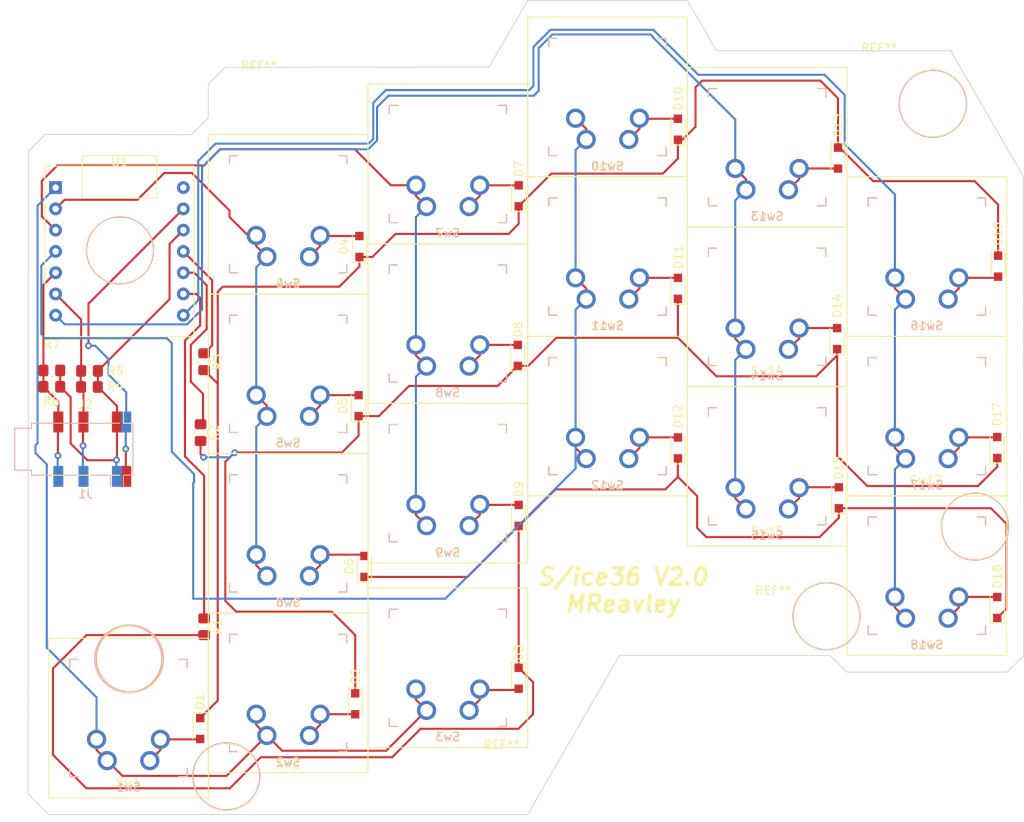
<source format=kicad_pcb>
(kicad_pcb (version 20211014) (generator pcbnew)
  (layers (0 "F.Cu" signal) (31 "B.Cu" signal) (34 "B.Paste" user) (35 "F.Paste" user) (36 "B.SilkS" user "B.Silkscreen") (37 "F.SilkS" user "F.Silkscreen") (38 "B.Mask" user) (39 "F.Mask" user) (44 "Edge.Cuts" user))
  (net 0 "")
  (net 1 "Net-(D1-Pad1)")
  (net 2 "Net-(D1-Pad2)")
  (net 3 "Net-(D11-Pad1)")
  (net 4 "Net-(D2-Pad2)")
  (net 5 "Net-(D12-Pad1)")
  (net 6 "Net-(D3-Pad2)")
  (net 7 "Net-(D4-Pad2)")
  (net 8 "Net-(D5-Pad2)")
  (net 9 "Net-(D6-Pad2)")
  (net 10 "Net-(D7-Pad2)")
  (net 11 "Net-(D8-Pad2)")
  (net 12 "Net-(D9-Pad2)")
  (net 13 "Net-(D10-Pad2)")
  (net 14 "Net-(D11-Pad2)")
  (net 15 "Net-(D12-Pad2)")
  (net 16 "Net-(D13-Pad2)")
  (net 17 "Net-(D14-Pad2)")
  (net 18 "Net-(D16-Pad2)")
  (net 19 "Net-(D17-Pad2)")
  (net 20 "Net-(D18-Pad2)")
  (net 21 "Net-(J1-PadR1)")
  (net 22 "Net-(J1-PadR2)")
  (net 23 "Net-(J1-PadS)")
  (net 24 "Net-(J1-PadT)")
  (net 25 "Net-(R1-Pad1)")
  (net 26 "Net-(R2-Pad1)")
  (net 27 "Net-(R3-Pad1)")
  (net 29 "Net-(Sw1-Pad2)")
  (net 30 "Net-(Sw4-Pad2)")
  (net 31 "Net-(Sw7-Pad2)")
  (net 32 "Net-(Sw10-Pad2)")
  (net 33 "Net-(Sw15-Pad1)")
  (net 34 "Net-(Sw15-Pad2)")
  (net 35 "Net-(Sw17-Pad2)")
  (footprint "MxSwitches:SW_MX_reversible" (layer "F.Cu") (at 32.85 155.1 180)
    (fp_text reference "Sw1")
    (fp_text value "Cherry_Doublesided")
  )
  (footprint "MxSwitches:SW_MX_reversible" (layer "F.Cu") (at 90 80.95 180)
    (fp_text reference "Sw10")
    (fp_text value "Cherry_Doublesided")
  )
  (footprint "Diode_SMD:D_SOD-323_HandSoldering" (layer "F.Cu") (at 98.4 84.8 90)
    (fp_text reference "D10")
    (fp_text value "1N4148WS")
  )
  (footprint "MountingHole:MountingHole_3.2mm_M3" (layer "F.Cu") (at 77.4 162.475)
    (fp_text reference "REF**")
    (fp_text value "MountingHole_3.2mm_M3")
  )
  (footprint "MountingHole:MountingHole_3.2mm_M3" (layer "F.Cu") (at 27 133)
    (fp_text reference "REF**" hide)
    (fp_text value "MountingHole_3.2mm_M3")
  )
  (footprint "Diode_SMD:D_SOD-323_HandSoldering" (layer "F.Cu") (at 136.5 122.8 90)
    (fp_text reference "D17")
    (fp_text value "1N4148WS")
  )
  (footprint "MxSwitches:SW_MX_reversible" (layer "F.Cu") (at 51.9 152.1 180)
    (fp_text reference "Sw2")
    (fp_text value "Cherry_Doublesided")
  )
  (footprint "Diode_SMD:D_SOD-323_HandSoldering" (layer "F.Cu") (at 41.4 156.35 -90)
    (fp_text reference "D1")
    (fp_text value "1N4148WS")
  )
  (footprint "Diode_SMD:D_SOD-323_HandSoldering" (layer "F.Cu") (at 60.3 117.8 90)
    (fp_text reference "D5")
    (fp_text value "1N4148WS")
  )
  (footprint "Resistor_SMD:R_0805_2012Metric_Pad1.20x1.40mm_HandSolder" (layer "F.Cu") (at 41.87 144.2 -90)
    (fp_text reference "R1")
    (fp_text value "10k")
  )
  (footprint "Diode_SMD:D_SOD-323_HandSoldering" (layer "F.Cu") (at 59.9 153.4 -90)
    (fp_text reference "D2")
    (fp_text value "1N4148WS")
  )
  (footprint "MxSwitches:SW_MX_reversible" (layer "F.Cu") (at 70.95 108 180)
    (fp_text reference "Sw8")
    (fp_text value "Cherry_Doublesided")
  )
  (footprint "Diode_SMD:D_SOD-323_HandSoldering" (layer "F.Cu") (at 98.4 122.85 90)
    (fp_text reference "D12")
    (fp_text value "1N4148WS")
  )
  (footprint "MxSwitches:SW_MX_reversible" (layer "F.Cu") (at 70.95 88.95 180)
    (fp_text reference "Sw7")
    (fp_text value "Cherry_Doublesided")
  )
  (footprint "MountingHole:MountingHole_3.2mm_M3" (layer "F.Cu") (at 48.4 81.425)
    (fp_text reference "REF**")
    (fp_text value "MountingHole_3.2mm_M3")
  )
  (footprint "Diode_SMD:D_SOD-323_HandSoldering" (layer "F.Cu") (at 117.4 109.8 90)
    (fp_text reference "D14")
    (fp_text value "1N4148WS")
  )
  (footprint "Diode_SMD:D_SOD-323_HandSoldering" (layer "F.Cu") (at 79.3 111.8 90)
    (fp_text reference "D8")
    (fp_text value "1N4148WS")
  )
  (footprint "Diode_SMD:D_SOD-323_HandSoldering" (layer "F.Cu") (at 117.5 88.25 -90)
    (fp_text reference "D13")
    (fp_text value "1N4148WS")
  )
  (footprint "MxSwitches:SW_MX_reversible" (layer "F.Cu") (at 109.05 125.05 180)
    (fp_text reference "Sw15")
    (fp_text value "Cherry_Doublesided")
  )
  (footprint "MountingHole:MountingHole_3.2mm_M3" (layer "F.Cu") (at 122.4 79.3)
    (fp_text reference "REF**")
    (fp_text value "MountingHole_3.2mm_M3")
  )
  (footprint "Connector_Audio:Jack_3.5mm_PJ320D_Horizontal" (layer "F.Cu") (at 27.65 123)
    (fp_text reference "J2")
    (fp_text value "AudioJack4")
  )
  (footprint "MountingHole:MountingHole_3.2mm_M3" (layer "F.Cu") (at 109.775 144.075)
    (fp_text reference "REF**")
    (fp_text value "MountingHole_3.2mm_M3")
  )
  (footprint "MxSwitches:SW_MX_reversible" (layer "F.Cu") (at 51.9 114 180)
    (fp_text reference "Sw5")
    (fp_text value "Cherry_Doublesided")
  )
  (footprint "MxSwitches:SW_MX_reversible" (layer "F.Cu") (at 128.1 100 180)
    (fp_text reference "Sw16")
    (fp_text value "Cherry_Doublesided")
  )
  (footprint "Resistor_SMD:R_0805_2012Metric_Pad1.20x1.40mm_HandSolder" (layer "F.Cu") (at 28.2 113.65 180)
    (fp_text reference "R5")
    (fp_text value "10k")
  )
  (footprint "MxSwitches:SW_MX_reversible" (layer "F.Cu") (at 90 119.05 180)
    (fp_text reference "Sw12")
    (fp_text value "Cherry_Doublesided")
  )
  (footprint "Diode_SMD:D_SOD-323_HandSoldering" (layer "F.Cu") (at 61 137 90)
    (fp_text reference "D6")
    (fp_text value "1N4148WS")
  )
  (footprint "Diode_SMD:D_SOD-323_HandSoldering" (layer "F.Cu") (at 98.4 103.8 90)
    (fp_text reference "D11")
    (fp_text value "1N4148WS")
  )
  (footprint "Resistor_SMD:R_0805_2012Metric_Pad1.20x1.40mm_HandSolder" (layer "F.Cu") (at 41.87 112.56 -90)
    (fp_text reference "R3")
    (fp_text value "10k")
  )
  (footprint "Resistor_SMD:R_0805_2012Metric_Pad1.20x1.40mm_HandSolder" (layer "F.Cu") (at 28.19 115.57 180)
    (fp_text reference "R4")
    (fp_text value "10k")
  )
  (footprint "Diode_SMD:D_SOD-323_HandSoldering" (layer "F.Cu") (at 79.4 92.75 90)
    (fp_text reference "D7")
    (fp_text value "1N4148WS")
  )
  (footprint "MxSwitches:SW_MX_reversible" (layer "F.Cu") (at 90 100 180)
    (fp_text reference "Sw11")
    (fp_text value "Cherry_Doublesided")
  )
  (footprint "MountingHole:MountingHole_3.2mm_M3" (layer "F.Cu") (at 35 113)
    (fp_text reference "REF**" hide)
    (fp_text value "MountingHole_3.2mm_M3")
  )
  (footprint "Diode_SMD:D_SOD-323_HandSoldering" (layer "F.Cu") (at 79.4 150.35 -90)
    (fp_text reference "D3")
    (fp_text value "1N4148WS")
  )
  (footprint "MxSwitches:SW_MX_reversible" (layer "F.Cu") (at 128.1 119.05 180)
    (fp_text reference "Sw17")
    (fp_text value "Cherry_Doublesided")
  )
  (footprint "Seeeduino XIAO KICAD:Xiao THT V1" (layer "F.Cu") (at 31.77 99.23)
    (fp_text reference "U1")
    (fp_text value "SeeeduinoXIAO")
  )
  (footprint "Diode_SMD:D_SOD-323_HandSoldering" (layer "F.Cu") (at 136.6 101.15 -90)
    (fp_text reference "D16")
    (fp_text value "1N4148WS")
  )
  (footprint "Diode_SMD:D_SOD-323_HandSoldering" (layer "F.Cu") (at 60.4 98.8 90)
    (fp_text reference "D4")
    (fp_text value "1N4148WS")
  )
  (footprint "MxSwitches:SW_MX_reversible" (layer "F.Cu") (at 70.95 149.1 180)
    (fp_text reference "Sw3")
    (fp_text value "Cherry_Doublesided")
  )
  (footprint "MxSwitches:SW_MX_reversible" (layer "F.Cu") (at 109.05 86.95 180)
    (fp_text reference "Sw13")
    (fp_text value "Cherry_Doublesided")
  )
  (footprint "Diode_SMD:D_SOD-323_HandSoldering" (layer "F.Cu") (at 136.5 141.9 90)
    (fp_text reference "D18")
    (fp_text value "1N4148WS")
  )
  (footprint "Resistor_SMD:R_0805_2012Metric_Pad1.20x1.40mm_HandSolder" (layer "F.Cu") (at 23.7 113.6 180)
    (fp_text reference "R7")
    (fp_text value "10k")
  )
  (footprint "MxSwitches:SW_MX_reversible" (layer "F.Cu") (at 70.95 127.05 180)
    (fp_text reference "Sw9")
    (fp_text value "Cherry_Doublesided")
  )
  (footprint "Resistor_SMD:R_0805_2012Metric_Pad1.20x1.40mm_HandSolder" (layer "F.Cu") (at 23.7 115.55 180)
    (fp_text reference "R6")
    (fp_text value "10k")
  )
  (footprint "Diode_SMD:D_SOD-323_HandSoldering" (layer "F.Cu") (at 79.4 130.9 90)
    (fp_text reference "D9")
    (fp_text value "1N4148WS")
  )
  (footprint "MxSwitches:SW_MX_reversible" (layer "F.Cu") (at 51.9 94.95 180)
    (fp_text reference "Sw4")
    (fp_text value "Cherry_Doublesided")
  )
  (footprint "Diode_SMD:D_SOD-323_HandSoldering" (layer "F.Cu") (at 117.6 128.8 90)
    (fp_text reference "D15")
    (fp_text value "1N4148WS")
  )
  (footprint "MxSwitches:SW_MX_reversible" (layer "F.Cu") (at 51.9 133.05 180)
    (fp_text reference "Sw6")
    (fp_text value "Cherry_Doublesided")
  )
  (footprint "MxSwitches:SW_MX_reversible" (layer "F.Cu") (at 128.1 138.1 180)
    (fp_text reference "Sw18")
    (fp_text value "Cherry_Doublesided")
  )
  (footprint "MxSwitches:SW_MX_reversible" (layer "F.Cu") (at 109.05 106 180)
    (fp_text reference "Sw14")
    (fp_text value "Cherry_Doublesided")
  )
  (footprint "Resistor_SMD:R_0805_2012Metric_Pad1.20x1.40mm_HandSolder" (layer "F.Cu") (at 41.45 121.025 -90)
    (fp_text reference "R2")
    (fp_text value "10k")
  )
  (footprint "Connector_Audio:Jack_3.5mm_PJ320D_Horizontal" (layer "B.Cu") (at 27.65 123)
    (fp_text reference "J1")
    (fp_text value "AudioJack4")
  )
  (gr_circle (center 133.85 132.25) (end 137.85 132.25) (layer "B.SilkS") (width 0.15) (fill none))
  (gr_circle (center 116.15 142.95) (end 120.15 142.95) (layer "B.SilkS") (width 0.15) (fill none))
  (gr_circle (center 33.016289 147.980259) (end 37.016289 147.980259) (layer "B.SilkS") (width 0.15) (fill none))
  (gr_circle (center 32.825 148.025) (end 36.825 148.025) (layer "B.SilkS") (width 0.15) (fill none))
  (gr_circle (center 44.525 162.05) (end 48.525 162.05) (layer "B.SilkS") (width 0.15) (fill none))
  (gr_circle (center 31.85 99.275) (end 35.85 99.275) (layer "B.SilkS") (width 0.15) (fill none))
  (gr_circle (center 128.825 81.775) (end 132.825 81.775) (layer "B.SilkS") (width 0.15) (fill none))
  (gr_circle (center 44.525 162.125) (end 48.525 162.125) (layer "F.SilkS") (width 0.15) (fill none))
  (gr_circle (center 133.795789 132.195789) (end 137.795789 132.195789) (layer "F.SilkS") (width 0.15) (fill none))
  (gr_circle (center 33.025 148.125) (end 37.025 148.125) (layer "F.SilkS") (width 0.15) (fill none))
  (gr_circle (center 128.815283 81.716968) (end 132.815283 81.716968) (layer "F.SilkS") (width 0.15) (fill none))
  (gr_circle (center 31.791515 99.270274) (end 35.791515 99.270274) (layer "F.SilkS") (width 0.15) (fill none))
  (gr_circle (center 116.096772 142.892997) (end 120.096772 142.892997) (layer "F.SilkS") (width 0.15) (fill none))
  (gr_line (start 20.875 164.175) (end 20.9 87.425) (layer "Edge.Cuts") (width 0.1))
  (gr_line (start 23.325 166.625) (end 80.475 166.625) (layer "Edge.Cuts") (width 0.1))
  (gr_line (start 139.625 90.475) (end 130.95 75.425) (layer "Edge.Cuts") (width 0.1))
  (gr_line (start 20.875 164.175) (end 23.325 166.625) (layer "Edge.Cuts") (width 0.1))
  (gr_line (start 118.575 149.625) (end 116.575 147.625) (layer "Edge.Cuts") (width 0.1))
  (gr_line (start 139.65 147.675) (end 139.625 90.475) (layer "Edge.Cuts") (width 0.1))
  (gr_line (start 80.475 69.425) (end 75.875 77.375) (layer "Edge.Cuts") (width 0.1))
  (gr_line (start 44.375 77.425) (end 75.875 77.375) (layer "Edge.Cuts") (width 0.1))
  (gr_line (start 116.575 147.625) (end 91.425 147.625) (layer "Edge.Cuts") (width 0.1))
  (gr_line (start 99.525 69.425) (end 103 75.425) (layer "Edge.Cuts") (width 0.1))
  (gr_line (start 42.375 79.425) (end 44.375 77.425) (layer "Edge.Cuts") (width 0.1))
  (gr_line (start 118.575 149.625) (end 137.65 149.625) (layer "Edge.Cuts") (width 0.1))
  (gr_line (start 20.925 87.425) (end 22.925 85.425) (layer "Edge.Cuts") (width 0.1))
  (gr_line (start 80.475 166.625) (end 91.425 147.625) (layer "Edge.Cuts") (width 0.1))
  (gr_line (start 137.65 149.625) (end 139.65 147.675) (layer "Edge.Cuts") (width 0.1))
  (gr_line (start 42.375 83.45) (end 42.375 79.425) (layer "Edge.Cuts") (width 0.1))
  (gr_line (start 80.475 69.425) (end 99.525 69.425) (layer "Edge.Cuts") (width 0.1))
  (gr_line (start 22.925 85.425) (end 40.375 85.45) (layer "Edge.Cuts") (width 0.1))
  (gr_line (start 103 75.425) (end 130.95 75.425) (layer "Edge.Cuts") (width 0.1))
  (gr_line (start 42.375 83.45) (end 40.375 85.45) (layer "Edge.Cuts") (width 0.1))
  (gr_text "S/ice36 V2.0\nMReavley" (at 91.825 139.85) (layer "F.SilkS") (effects (font (size 2 2) (thickness 0.4) italic)))
  (segment (start 43.5 115.19) (end 43.5 115.2) (width 0.25) (layer "F.Cu") (net 1))
  (segment (start 83.3 90.1) (end 96.6 90.1) (width 0.25) (layer "F.Cu") (net 1))
  (segment (start 43.5 115.2) (end 43.5 104.2) (width 0.25) (layer "F.Cu") (net 1))
  (segment (start 100.5 79.8) (end 101.3 79) (width 0.25) (layer "F.Cu") (net 1))
  (segment (start 117.5 81.1) (end 117.5 87) (width 0.25) (layer "F.Cu") (net 1))
  (segment (start 41.87 113.56) (end 43.5 115.19) (width 0.25) (layer "F.Cu") (net 1))
  (segment (start 136.6 93.8) (end 133.8 91) (width 0.25) (layer "F.Cu") (net 1))
  (segment (start 60.4 101.2) (end 60.4 100.05) (width 0.25) (layer "F.Cu") (net 1))
  (segment (start 121.7 91) (end 117.7 87) (width 0.25) (layer "F.Cu") (net 1))
  (segment (start 133.8 91) (end 121.7 91) (width 0.25) (layer "F.Cu") (net 1))
  (segment (start 98.95 86.05) (end 100.5 84.5) (width 0.25) (layer "F.Cu") (net 1))
  (segment (start 101.3 79) (end 115.4 79) (width 0.25) (layer "F.Cu") (net 1))
  (segment (start 43.5 153) (end 43.5 115.2) (width 0.25) (layer "F.Cu") (net 1))
  (segment (start 100.5 84.5) (end 100.5 79.8) (width 0.25) (layer "F.Cu") (net 1))
  (segment (start 58 103.6) (end 60.4 101.2) (width 0.25) (layer "F.Cu") (net 1))
  (segment (start 78.2 97.3) (end 79.4 96.1) (width 0.25) (layer "F.Cu") (net 1))
  (segment (start 43.5 104.2) (end 44.1 103.6) (width 0.25) (layer "F.Cu") (net 1))
  (segment (start 115.4 79) (end 117.5 81.1) (width 0.25) (layer "F.Cu") (net 1))
  (segment (start 136.6 99.9) (end 136.6 93.8) (width 0.25) (layer "F.Cu") (net 1))
  (segment (start 61.95 100.05) (end 64.7 97.3) (width 0.25) (layer "F.Cu") (net 1))
  (segment (start 98.4 88.3) (end 98.4 86.05) (width 0.25) (layer "F.Cu") (net 1))
  (segment (start 117.7 87) (end 117.5 87) (width 0.25) (layer "F.Cu") (net 1))
  (segment (start 79.4 94) (end 83.3 90.1) (width 0.25) (layer "F.Cu") (net 1))
  (segment (start 79.4 96.1) (end 79.4 94) (width 0.25) (layer "F.Cu") (net 1))
  (segment (start 96.6 90.1) (end 98.4 88.3) (width 0.25) (layer "F.Cu") (net 1))
  (segment (start 98.4 86.05) (end 98.95 86.05) (width 0.25) (layer "F.Cu") (net 1))
  (segment (start 41.4 155.1) (end 43.5 153) (width 0.25) (layer "F.Cu") (net 1))
  (segment (start 44.1 103.6) (end 58 103.6) (width 0.25) (layer "F.Cu") (net 1))
  (segment (start 64.7 97.3) (end 78.2 97.3) (width 0.25) (layer "F.Cu") (net 1))
  (segment (start 60.4 100.05) (end 61.95 100.05) (width 0.25) (layer "F.Cu") (net 1))
  (segment (start 36.66 158.91) (end 36.66 157.64) (width 0.25) (layer "F.Cu") (net 2))
  (segment (start 40.99 157.64) (end 41 157.65) (width 0.25) (layer "F.Cu") (net 2))
  (segment (start 35.39 160.18) (end 36.66 158.91) (width 0.25) (layer "F.Cu") (net 2))
  (segment (start 36.66 157.64) (end 40.99 157.64) (width 0.25) (layer "F.Cu") (net 2))
  (segment (start 59.9 145.2) (end 57.1 142.4) (width 0.25) (layer "F.Cu") (net 3))
  (segment (start 44.4 141.1) (end 44.4 124.5) (width 0.25) (layer "F.Cu") (net 3))
  (segment (start 62.725 119.05) (end 66.325 115.45) (width 0.25) (layer "F.Cu") (net 3))
  (segment (start 76.9 115.45) (end 79.3 113.05) (width 0.25) (layer "F.Cu") (net 3))
  (segment (start 45.7 142.4) (end 44.4 141.1) (width 0.25) (layer "F.Cu") (net 3))
  (segment (start 59.9 152.15) (end 59.9 145.2) (width 0.25) (layer "F.Cu") (net 3))
  (segment (start 114.9 114.3) (end 103 114.3) (width 0.25) (layer "F.Cu") (net 3))
  (segment (start 57.1 142.4) (end 45.7 142.4) (width 0.25) (layer "F.Cu") (net 3))
  (segment (start 134.2 127.4) (end 136.5 125.1) (width 0.25) (layer "F.Cu") (net 3))
  (segment (start 58.2 123.5) (end 60.3 121.4) (width 0.25) (layer "F.Cu") (net 3))
  (segment (start 60.3 121.4) (end 60.3 119.05) (width 0.25) (layer "F.Cu") (net 3))
  (segment (start 117.4 111.05) (end 117.4 123.8) (width 0.25) (layer "F.Cu") (net 3))
  (segment (start 117.4 111.05) (end 117.4 111.8) (width 0.25) (layer "F.Cu") (net 3))
  (segment (start 60.3 119.05) (end 62.725 119.05) (width 0.25) (layer "F.Cu") (net 3))
  (segment (start 41.45 122.025) (end 41.45 123.61) (width 0.25) (layer "F.Cu") (net 3))
  (segment (start 58.1 123.4) (end 58.2 123.5) (width 0.25) (layer "F.Cu") (net 3))
  (segment (start 45.5 123.4) (end 58.1 123.4) (width 0.25) (layer "F.Cu") (net 3))
  (segment (start 136.5 125.1) (end 136.5 124.05) (width 0.25) (layer "F.Cu") (net 3))
  (segment (start 83.9 109.7) (end 80.55 113.05) (width 0.25) (layer "F.Cu") (net 3))
  (segment (start 98.4 109.7) (end 83.9 109.7) (width 0.25) (layer "F.Cu") (net 3))
  (segment (start 66.325 115.45) (end 76.9 115.45) (width 0.25) (layer "F.Cu") (net 3))
  (segment (start 79.3 113.05) (end 80.55 113.05) (width 0.25) (layer "F.Cu") (net 3))
  (segment (start 121 127.4) (end 134.2 127.4) (width 0.25) (layer "F.Cu") (net 3))
  (segment (start 41.45 123.61) (end 41.81 123.97) (width 0.25) (layer "F.Cu") (net 3))
  (segment (start 44.4 124.5) (end 45.5 123.4) (width 0.25) (layer "F.Cu") (net 3))
  (segment (start 98.4 109.7) (end 98.4 105.05) (width 0.25) (layer "F.Cu") (net 3))
  (segment (start 117.4 123.8) (end 121 127.4) (width 0.25) (layer "F.Cu") (net 3))
  (segment (start 103 114.3) (end 98.4 109.7) (width 0.25) (layer "F.Cu") (net 3))
  (segment (start 117.4 111.8) (end 114.9 114.3) (width 0.25) (layer "F.Cu") (net 3))
  (via (at 41.81 123.97) (size 0.8) (drill 0.4) (layers "F.Cu" "B.Cu") (net 3))
  (via (at 45.51 123.42) (size 0.8) (drill 0.4) (layers "F.Cu" "B.Cu") (net 3))
  (segment (start 41.81 123.97) (end 44.96 123.97) (width 0.25) (layer "B.Cu") (net 3))
  (segment (start 44.96 123.97) (end 45.51 123.42) (width 0.25) (layer "B.Cu") (net 3))
  (segment (start 55.71 155.91) (end 55.71 154.64) (width 0.25) (layer "F.Cu") (net 4))
  (segment (start 54.44 157.18) (end 55.71 155.91) (width 0.25) (layer "F.Cu") (net 4))
  (segment (start 55.71 154.64) (end 59.89 154.64) (width 0.25) (layer "F.Cu") (net 4))
  (segment (start 59.89 154.64) (end 59.9 154.65) (width 0.25) (layer "F.Cu") (net 4))
  (segment (start 27.82 145.2) (end 23.84 149.18) (width 0.25) (layer "F.Cu") (net 5))
  (segment (start 23.84 149.18) (end 23.84 159.5) (width 0.25) (layer "F.Cu") (net 5))
  (segment (start 79.4 132.15) (end 79.4 149.1) (width 0.25) (layer "F.Cu") (net 5))
  (segment (start 117.6 131.2) (end 117.6 130.05) (width 0.25) (layer "F.Cu") (net 5))
  (segment (start 137.6 131.9) (end 135.75 130.05) (width 0.25) (layer "F.Cu") (net 5))
  (segment (start 79.4 132.15) (end 79.45 132.15) (width 0.25) (layer "F.Cu") (net 5))
  (segment (start 96.9 127.8) (end 98.4 126.3) (width 0.25) (layer "F.Cu") (net 5))
  (segment (start 100.7 132.4) (end 101.8 133.5) (width 0.25) (layer "F.Cu") (net 5))
  (segment (start 64.3 159.78) (end 67.7 156.38) (width 0.25) (layer "F.Cu") (net 5))
  (segment (start 41.87 145.2) (end 27.82 145.2) (width 0.25) (layer "F.Cu") (net 5))
  (segment (start 81.12 150.82) (end 79.4 149.1) (width 0.25) (layer "F.Cu") (net 5))
  (segment (start 27.82 163.48) (end 44.94 163.48) (width 0.25) (layer "F.Cu") (net 5))
  (segment (start 23.84 159.5) (end 27.82 163.48) (width 0.25) (layer "F.Cu") (net 5))
  (segment (start 137.6 142.05) (end 137.6 131.9) (width 0.25) (layer "F.Cu") (net 5))
  (segment (start 135.75 130.05) (end 117.6 130.05) (width 0.25) (layer "F.Cu") (net 5))
  (segment (start 79.45 132.15) (end 83.8 127.8) (width 0.25) (layer "F.Cu") (net 5))
  (segment (start 48.64 159.78) (end 64.3 159.78) (width 0.25) (layer "F.Cu") (net 5))
  (segment (start 67.7 156.38) (end 79.37 156.38) (width 0.25) (layer "F.Cu") (net 5))
  (segment (start 81.12 154.63) (end 81.12 150.82) (width 0.25) (layer "F.Cu") (net 5))
  (segment (start 79.37 156.38) (end 81.12 154.63) (width 0.25) (layer "F.Cu") (net 5))
  (segment (start 83.8 127.8) (end 96.9 127.8) (width 0.25) (layer "F.Cu") (net 5))
  (segment (start 61 138.25) (end 73.3 138.25) (width 0.25) (layer "F.Cu") (net 5))
  (segment (start 98.4 126.3) (end 100.7 128.6) (width 0.25) (layer "F.Cu") (net 5))
  (segment (start 100.7 128.6) (end 100.7 132.4) (width 0.25) (layer "F.Cu") (net 5))
  (segment (start 98.4 124.1) (end 98.4 126.3) (width 0.25) (layer "F.Cu") (net 5))
  (segment (start 101.8 133.5) (end 115.3 133.5) (width 0.25) (layer "F.Cu") (net 5))
  (segment (start 73.3 138.25) (end 79.4 132.15) (width 0.25) (layer "F.Cu") (net 5))
  (segment (start 136.5 143.15) (end 137.6 142.05) (width 0.25) (layer "F.Cu") (net 5))
  (segment (start 44.94 163.48) (end 48.64 159.78) (width 0.25) (layer "F.Cu") (net 5))
  (segment (start 115.3 133.5) (end 117.6 131.2) (width 0.25) (layer "F.Cu") (net 5))
  (segment (start 74.76 152.91) (end 74.76 151.64) (width 0.25) (layer "F.Cu") (net 6))
  (segment (start 79.5 151.75) (end 74.87 151.75) (width 0.25) (layer "F.Cu") (net 6))
  (segment (start 74.87 151.75) (end 74.76 151.64) (width 0.25) (layer "F.Cu") (net 6))
  (segment (start 73.49 154.18) (end 74.76 152.91) (width 0.25) (layer "F.Cu") (net 6))
  (segment (start 55.77 97.55) (end 55.71 97.49) (width 0.25) (layer "F.Cu") (net 7))
  (segment (start 60.4 97.55) (end 55.77 97.55) (width 0.25) (layer "F.Cu") (net 7))
  (segment (start 54.44 100.03) (end 55.71 98.76) (width 0.25) (layer "F.Cu") (net 7))
  (segment (start 55.71 98.76) (end 55.71 97.49) (width 0.25) (layer "F.Cu") (net 7))
  (segment (start 54.44 119.08) (end 55.71 117.81) (width 0.25) (layer "F.Cu") (net 8))
  (segment (start 60.3 116.55) (end 55.72 116.55) (width 0.25) (layer "F.Cu") (net 8))
  (segment (start 55.72 116.55) (end 55.71 116.54) (width 0.25) (layer "F.Cu") (net 8))
  (segment (start 55.71 117.81) (end 55.71 116.54) (width 0.25) (layer "F.Cu") (net 8))
  (segment (start 55.71 136.86) (end 55.71 135.59) (width 0.25) (layer "F.Cu") (net 9))
  (segment (start 60.84 135.59) (end 61 135.75) (width 0.25) (layer "F.Cu") (net 9))
  (segment (start 55.71 135.59) (end 60.84 135.59) (width 0.25) (layer "F.Cu") (net 9))
  (segment (start 54.44 138.13) (end 55.71 136.86) (width 0.25) (layer "F.Cu") (net 9))
  (segment (start 79.4 91.5) (end 74.77 91.5) (width 0.25) (layer "F.Cu") (net 10))
  (segment (start 74.76 92.76) (end 74.76 91.49) (width 0.25) (layer "F.Cu") (net 10))
  (segment (start 73.49 94.03) (end 74.76 92.76) (width 0.25) (layer "F.Cu") (net 10))
  (segment (start 74.77 91.5) (end 74.76 91.49) (width 0.25) (layer "F.Cu") (net 10))
  (segment (start 73.49 113.08) (end 74.76 111.81) (width 0.25) (layer "F.Cu") (net 11))
  (segment (start 74.77 110.55) (end 74.76 110.54) (width 0.25) (layer "F.Cu") (net 11))
  (segment (start 79.3 110.55) (end 74.77 110.55) (width 0.25) (layer "F.Cu") (net 11))
  (segment (start 74.76 111.81) (end 74.76 110.54) (width 0.25) (layer "F.Cu") (net 11))
  (segment (start 74.76 130.86) (end 74.76 129.59) (width 0.25) (layer "F.Cu") (net 12))
  (segment (start 74.82 129.65) (end 74.76 129.59) (width 0.25) (layer "F.Cu") (net 12))
  (segment (start 73.49 132.13) (end 74.76 130.86) (width 0.25) (layer "F.Cu") (net 12))
  (segment (start 79.4 129.65) (end 74.82 129.65) (width 0.25) (layer "F.Cu") (net 12))
  (segment (start 93.81 84.76) (end 93.81 83.49) (width 0.25) (layer "F.Cu") (net 13))
  (segment (start 93.87 83.55) (end 93.81 83.49) (width 0.25) (layer "F.Cu") (net 13))
  (segment (start 98.4 83.55) (end 93.87 83.55) (width 0.25) (layer "F.Cu") (net 13))
  (segment (start 92.54 86.03) (end 93.81 84.76) (width 0.25) (layer "F.Cu") (net 13))
  (segment (start 98.39 102.54) (end 98.4 102.55) (width 0.25) (layer "F.Cu") (net 14))
  (segment (start 93.81 102.54) (end 98.39 102.54) (width 0.25) (layer "F.Cu") (net 14))
  (segment (start 93.81 103.81) (end 93.81 102.54) (width 0.25) (layer "F.Cu") (net 14))
  (segment (start 92.54 105.08) (end 93.81 103.81) (width 0.25) (layer "F.Cu") (net 14))
  (segment (start 92.54 124.13) (end 93.81 122.86) (width 0.25) (layer "F.Cu") (net 15))
  (segment (start 93.81 122.86) (end 93.81 121.59) (width 0.25) (layer "F.Cu") (net 15))
  (segment (start 93.81 121.59) (end 98.39 121.59) (width 0.25) (layer "F.Cu") (net 15))
  (segment (start 98.39 121.59) (end 98.4 121.6) (width 0.25) (layer "F.Cu") (net 15))
  (segment (start 111.59 92.03) (end 112.86 90.76) (width 0.25) (layer "F.Cu") (net 16))
  (segment (start 117.44 89.49) (end 117.5 89.55) (width 0.25) (layer "F.Cu") (net 16))
  (segment (start 112.86 90.76) (end 112.86 89.49) (width 0.25) (layer "F.Cu") (net 16))
  (segment (start 112.86 89.49) (end 117.44 89.49) (width 0.25) (layer "F.Cu") (net 16))
  (segment (start 112.86 108.54) (end 117.39 108.54) (width 0.25) (layer "F.Cu") (net 17))
  (segment (start 117.39 108.54) (end 117.4 108.55) (width 0.25) (layer "F.Cu") (net 17))
  (segment (start 111.59 111.08) (end 112.86 109.81) (width 0.25) (layer "F.Cu") (net 17))
  (segment (start 112.86 109.81) (end 112.86 108.54) (width 0.25) (layer "F.Cu") (net 17))
  (segment (start 136.46 102.54) (end 136.6 102.4) (width 0.25) (layer "F.Cu") (net 18))
  (segment (start 131.91 103.81) (end 131.91 102.54) (width 0.25) (layer "F.Cu") (net 18))
  (segment (start 130.64 105.08) (end 131.91 103.81) (width 0.25) (layer "F.Cu") (net 18))
  (segment (start 131.91 102.54) (end 136.46 102.54) (width 0.25) (layer "F.Cu") (net 18))
  (segment (start 136.7 102.5) (end 136.7 102.55) (width 0.25) (layer "F.Cu") (net 18))
  (segment (start 136.6 102.4) (end 136.7 102.5) (width 0.25) (layer "F.Cu") (net 18))
  (segment (start 130.64 124.13) (end 131.91 122.86) (width 0.25) (layer "F.Cu") (net 19))
  (segment (start 136.46 121.59) (end 136.5 121.55) (width 0.25) (layer "F.Cu") (net 19))
  (segment (start 131.91 122.86) (end 131.91 121.59) (width 0.25) (layer "F.Cu") (net 19))
  (segment (start 131.91 121.59) (end 136.46 121.59) (width 0.25) (layer "F.Cu") (net 19))
  (segment (start 136.49 140.64) (end 136.5 140.65) (width 0.25) (layer "F.Cu") (net 20))
  (segment (start 131.91 140.64) (end 136.49 140.64) (width 0.25) (layer "F.Cu") (net 20))
  (segment (start 131.91 141.91) (end 131.91 140.64) (width 0.25) (layer "F.Cu") (net 20))
  (segment (start 130.64 143.18) (end 131.91 141.91) (width 0.25) (layer "F.Cu") (net 20))
  (segment (start 24.15 104.47) (end 27.2 107.52) (width 0.25) (layer "F.Cu") (net 21))
  (segment (start 27.2 113.65) (end 27.2 107.52) (width 0.25) (layer "F.Cu") (net 21))
  (segment (start 27.2 115.6) (end 27.2 115.5) (width 0.25) (layer "F.Cu") (net 21))
  (segment (start 27.42 122.59) (end 27.42 120.5) (width 0.25) (layer "F.Cu") (net 21))
  (segment (start 27.15 115.45) (end 27.15 113.7) (width 0.25) (layer "F.Cu") (net 21))
  (segment (start 27.42 120.5) (end 27.43 120.49) (width 0.25) (layer "F.Cu") (net 21))
  (segment (start 27.2 115.5) (end 27.15 115.45) (width 0.25) (layer "F.Cu") (net 21))
  (segment (start 27.19 115.57) (end 27.475 115.855) (width 0.25) (layer "F.Cu") (net 21))
  (segment (start 27.15 113.7) (end 27.2 113.65) (width 0.25) (layer "F.Cu") (net 21))
  (segment (start 27.475 115.855) (end 27.475 119.75) (width 0.25) (layer "F.Cu") (net 21))
  (via (at 27.42 122.59) (size 0.8) (drill 0.4) (layers "F.Cu" "B.Cu") (net 21))
  (segment (start 27.4 122.61) (end 27.42 122.59) (width 0.25) (layer "B.Cu") (net 21))
  (segment (start 27.4 126.99) (end 27.4 122.61) (width 0.25) (layer "B.Cu") (net 21))
  (segment (start 22.7 115.55) (end 24.475 117.325) (width 0.25) (layer "F.Cu") (net 22))
  (segment (start 24.43 120.49) (end 24.43 123.77) (width 0.25) (layer "F.Cu") (net 22))
  (segment (start 22.7 103.38) (end 22.7 113.6) (width 0.25) (layer "F.Cu") (net 22))
  (segment (start 22.7 115.55) (end 22.7 113.6) (width 0.25) (layer "F.Cu") (net 22))
  (segment (start 24.475 117.325) (end 24.475 119.75) (width 0.25) (layer "F.Cu") (net 22))
  (segment (start 22.7 103.38) (end 24.15 101.93) (width 0.25) (layer "F.Cu") (net 22))
  (via (at 24.43 123.77) (size 0.8) (drill 0.4) (layers "F.Cu" "B.Cu") (net 22))
  (segment (start 24.43 123.77) (end 24.4 123.8) (width 0.25) (layer "B.Cu") (net 22))
  (segment (start 24.4 123.8) (end 24.4 126.99) (width 0.25) (layer "B.Cu") (net 22))
  (segment (start 32.53 126.99) (end 32.53 122.98) (width 0.25) (layer "F.Cu") (net 23))
  (segment (start 28.075 105.625) (end 28.075 110.65) (width 0.25) (layer "F.Cu") (net 23))
  (segment (start 28.075 105.625) (end 39.39 94.31) (width 0.25) (layer "F.Cu") (net 23))
  (segment (start 32.53 122.98) (end 32.52 122.97) (width 0.25) (layer "F.Cu") (net 23))
  (via (at 28.075 110.65) (size 0.8) (drill 0.4) (layers "F.Cu" "B.Cu") (net 23))
  (via (at 32.52 122.97) (size 0.8) (drill 0.4) (layers "F.Cu" "B.Cu") (net 23))
  (segment (start 32.575 116.2) (end 30.475 114.1) (width 0.25) (layer "B.Cu") (net 23))
  (segment (start 30.475 114.1) (end 30.475 112.25) (width 0.25) (layer "B.Cu") (net 23))
  (segment (start 30.475 112.25) (end 28.875 110.65) (width 0.25) (layer "B.Cu") (net 23))
  (segment (start 32.575 119.75) (end 32.575 116.2) (width 0.25) (layer "B.Cu") (net 23))
  (segment (start 32.52 122.97) (end 32.52 120.51) (width 0.25) (layer "B.Cu") (net 23))
  (segment (start 28.875 110.65) (end 28.075 110.65) (width 0.25) (layer "B.Cu") (net 23))
  (segment (start 32.52 120.51) (end 32.5 120.49) (width 0.25) (layer "B.Cu") (net 23))
  (segment (start 24.7 113.6) (end 24.7 115.55) (width 0.25) (layer "F.Cu") (net 24))
  (segment (start 37.75 98.49) (end 39.39 96.85) (width 0.25) (layer "F.Cu") (net 24))
  (segment (start 29.2 113.65) (end 37.75 105.1) (width 0.25) (layer "F.Cu") (net 24))
  (segment (start 29.19 115.57) (end 29.19 115.59) (width 0.25) (layer "F.Cu") (net 24))
  (segment (start 29.19 115.57) (end 31.475 117.855) (width 0.25) (layer "F.Cu") (net 24))
  (segment (start 24.7 115.55) (end 25.95 116.8) (width 0.25) (layer "F.Cu") (net 24))
  (segment (start 25.95 122.325) (end 27.95 124.325) (width 0.25) (layer "F.Cu") (net 24))
  (segment (start 29.19 115.59) (end 29.2 115.6) (width 0.25) (layer "F.Cu") (net 24))
  (segment (start 29.2 115.6) (end 29.2 113.65) (width 0.25) (layer "F.Cu") (net 24))
  (segment (start 31.475 117.855) (end 31.475 119.75) (width 0.25) (layer "F.Cu") (net 24))
  (segment (start 27.95 124.325) (end 31.385 124.325) (width 0.25) (layer "F.Cu") (net 24))
  (segment (start 25.95 116.8) (end 25.95 122.325) (width 0.25) (layer "F.Cu") (net 24))
  (segment (start 31.385 124.325) (end 31.42 124.29) (width 0.25) (layer "F.Cu") (net 24))
  (segment (start 31.475 124.235) (end 31.475 119.75) (width 0.25) (layer "F.Cu") (net 24))
  (segment (start 31.42 124.29) (end 31.475 124.235) (width 0.25) (layer "F.Cu") (net 24))
  (segment (start 37.75 105.1) (end 37.75 98.49) (width 0.25) (layer "F.Cu") (net 24))
  (via (at 31.42 124.29) (size 0.8) (drill 0.4) (layers "F.Cu" "B.Cu") (net 24))
  (segment (start 31.4 124.31) (end 31.42 124.29) (width 0.25) (layer "B.Cu") (net 24))
  (segment (start 31.4 126.99) (end 31.4 124.31) (width 0.25) (layer "B.Cu") (net 24))
  (segment (start 41.87 126.16) (end 39.59 123.88) (width 0.25) (layer "F.Cu") (net 25))
  (segment (start 39.59 110.03) (end 41.4 108.22) (width 0.25) (layer "F.Cu") (net 25))
  (segment (start 41.4 108.22) (end 41.4 104.93) (width 0.25) (layer "F.Cu") (net 25))
  (segment (start 40.94 104.47) (end 39.39 104.47) (width 0.25) (layer "F.Cu") (net 25))
  (segment (start 39.59 123.88) (end 39.59 110.03) (width 0.25) (layer "F.Cu") (net 25))
  (segment (start 41.4 104.93) (end 40.94 104.47) (width 0.25) (layer "F.Cu") (net 25))
  (segment (start 41.87 143.2) (end 41.87 126.16) (width 0.25) (layer "F.Cu") (net 25))
  (segment (start 41.74 116.39) (end 40.28 114.93) (width 0.25) (layer "F.Cu") (net 26))
  (segment (start 40.28 110.56) (end 42.18 108.66) (width 0.25) (layer "F.Cu") (net 26))
  (segment (start 42.18 108.66) (end 42.18 103.43) (width 0.25) (layer "F.Cu") (net 26))
  (segment (start 41.45 120.025) (end 41.74 119.735) (width 0.25) (layer "F.Cu") (net 26))
  (segment (start 40.28 114.93) (end 40.28 110.56) (width 0.25) (layer "F.Cu") (net 26))
  (segment (start 40.68 101.93) (end 39.39 101.93) (width 0.25) (layer "F.Cu") (net 26))
  (segment (start 42.18 103.43) (end 40.68 101.93) (width 0.25) (layer "F.Cu") (net 26))
  (segment (start 41.74 119.735) (end 41.74 116.39) (width 0.25) (layer "F.Cu") (net 26))
  (segment (start 39.39 99.39) (end 42.83 102.83) (width 0.25) (layer "F.Cu") (net 27))
  (segment (start 42.83 110.6) (end 41.87 111.56) (width 0.25) (layer "F.Cu") (net 27))
  (segment (start 42.83 102.83) (end 42.83 110.6) (width 0.25) (layer "F.Cu") (net 27))
  (segment (start 49.36 157.18) (end 51.18 159) (width 0.25) (layer "F.Cu") (net 29))
  (segment (start 68.41 154.18) (end 67.14 152.91) (width 0.25) (layer "F.Cu") (net 29))
  (segment (start 48.09 155.91) (end 48.09 154.64) (width 0.25) (layer "F.Cu") (net 29))
  (segment (start 49.36 157.18) (end 48.09 155.91) (width 0.25) (layer "F.Cu") (net 29))
  (segment (start 32.13 162) (end 44.54 162) (width 0.25) (layer "F.Cu") (net 29))
  (segment (start 30.31 160.18) (end 32.13 162) (width 0.25) (layer "F.Cu") (net 29))
  (segment (start 30.31 160.18) (end 29.04 158.91) (width 0.25) (layer "F.Cu") (net 29))
  (segment (start 63.59 159) (end 68.41 154.18) (width 0.25) (layer "F.Cu") (net 29))
  (segment (start 67.14 152.91) (end 67.14 151.64) (width 0.25) (layer "F.Cu") (net 29))
  (segment (start 44.54 162) (end 49.36 157.18) (width 0.25) (layer "F.Cu") (net 29))
  (segment (start 51.18 159) (end 63.59 159) (width 0.25) (layer "F.Cu") (net 29))
  (segment (start 29.04 158.91) (end 29.04 157.64) (width 0.25) (layer "F.Cu") (net 29))
  (segment (start 21.750479 122.534207) (end 22.00048 122.284206) (width 0.25) (layer "B.Cu") (net 29))
  (segment (start 22.00048 122.284206) (end 22.00048 93.91952) (width 0.25) (layer "B.Cu") (net 29))
  (segment (start 23.1 146.7) (end 23.1 124.815314) (width 0.25) (layer "B.Cu") (net 29))
  (segment (start 21.750479 123.465793) (end 21.750479 122.534207) (width 0.25) (layer "B.Cu") (net 29))
  (segment (start 23.1 124.815314) (end 21.750479 123.465793) (width 0.25) (layer "B.Cu") (net 29))
  (segment (start 22.00048 93.91952) (end 24.15 91.77) (width 0.25) (layer "B.Cu") (net 29))
  (segment (start 29.04 152.64) (end 23.1 146.7) (width 0.25) (layer "B.Cu") (net 29))
  (segment (start 29.04 157.64) (end 29.04 152.64) (width 0.25) (layer "B.Cu") (net 29))
  (segment (start 37.12 90.03) (end 40.42 90.03) (width 0.25) (layer "F.Cu") (net 30))
  (segment (start 24.15 94.31) (end 25.236511 93.223489) (width 0.25) (layer "F.Cu") (net 30))
  (segment (start 48.09 116.54) (end 49.36 117.81) (width 0.25) (layer "F.Cu") (net 30))
  (segment (start 49.36 100.03) (end 48.09 98.76) (width 0.25) (layer "F.Cu") (net 30))
  (segment (start 49.36 117.81) (end 49.36 119.08) (width 0.25) (layer "F.Cu") (net 30))
  (segment (start 48.09 136.86) (end 48.09 135.59) (width 0.25) (layer "F.Cu") (net 30))
  (segment (start 48.09 98.76) (end 48.09 97.49) (width 0.25) (layer "F.Cu") (net 30))
  (segment (start 25.236511 93.223489) (end 33.926511 93.223489) (width 0.25) (layer "F.Cu") (net 30))
  (segment (start 44.9 95.28) (end 47.11 97.49) (width 0.25) (layer "F.Cu") (net 30))
  (segment (start 40.42 90.03) (end 44.9 94.51) (width 0.25) (layer "F.Cu") (net 30))
  (segment (start 49.36 138.13) (end 48.09 136.86) (width 0.25) (layer "F.Cu") (net 30))
  (segment (start 33.926511 93.223489) (end 37.12 90.03) (width 0.25) (layer "F.Cu") (net 30))
  (segment (start 44.9 94.51) (end 44.9 95.28) (width 0.25) (layer "F.Cu") (net 30))
  (segment (start 47.11 97.49) (end 48.09 97.49) (width 0.25) (layer "F.Cu") (net 30))
  (segment (start 48.09 135.59) (end 48.09 120.35) (width 0.25) (layer "B.Cu") (net 30))
  (segment (start 48.09 120.35) (end 49.36 119.08) (width 0.25) (layer "B.Cu") (net 30))
  (segment (start 48.09 101.3) (end 49.36 100.03) (width 0.25) (layer "B.Cu") (net 30))
  (segment (start 48.09 116.54) (end 48.09 101.3) (width 0.25) (layer "B.Cu") (net 30))
  (segment (start 22.51 90.97) (end 24.35 89.13) (width 0.25) (layer "F.Cu") (net 31))
  (segment (start 67.14 130.86) (end 67.14 129.59) (width 0.25) (layer "F.Cu") (net 31))
  (segment (start 67.14 92.76) (end 67.14 91.49) (width 0.25) (layer "F.Cu") (net 31))
  (segment (start 68.41 113.08) (end 67.14 111.81) (width 0.25) (layer "F.Cu") (net 31))
  (segment (start 64.15 91.49) (end 67.14 91.49) (width 0.25) (layer "F.Cu") (net 31))
  (segment (start 24.35 89.13) (end 41.86 89.13) (width 0.25) (layer "F.Cu") (net 31))
  (segment (start 68.41 132.13) (end 67.14 130.86) (width 0.25) (layer "F.Cu") (net 31))
  (segment (start 24.15 96.85) (end 22.51 95.21) (width 0.25) (layer "F.Cu") (net 31))
  (segment (start 41.86 89.13) (end 43.8 87.19) (width 0.25) (layer "F.Cu") (net 31))
  (segment (start 59.85 87.19) (end 64.15 91.49) (width 0.25) (layer "F.Cu") (net 31))
  (segment (start 43.8 87.19) (end 59.85 87.19) (width 0.25) (layer "F.Cu") (net 31))
  (segment (start 68.41 94.03) (end 67.14 92.76) (width 0.25) (layer "F.Cu") (net 31))
  (segment (start 67.14 111.81) (end 67.14 110.54) (width 0.25) (layer "F.Cu") (net 31))
  (segment (start 22.51 95.21) (end 22.51 90.97) (width 0.25) (layer "F.Cu") (net 31))
  (segment (start 67.14 129.59) (end 67.14 114.35) (width 0.25) (layer "B.Cu") (net 31))
  (segment (start 67.14 110.54) (end 67.14 95.3) (width 0.25) (layer "B.Cu") (net 31))
  (segment (start 67.14 114.35) (end 68.41 113.08) (width 0.25) (layer "B.Cu") (net 31))
  (segment (start 67.14 95.3) (end 68.41 94.03) (width 0.25) (layer "B.Cu") (net 31))
  (segment (start 86.19 122.86) (end 86.19 121.59) (width 0.25) (layer "F.Cu") (net 32))
  (segment (start 87.46 84.76) (end 87.46 86.03) (width 0.25) (layer "F.Cu") (net 32))
  (segment (start 87.46 124.13) (end 86.19 122.86) (width 0.25) (layer "F.Cu") (net 32))
  (segment (start 86.19 102.54) (end 87.46 103.81) (width 0.25) (layer "F.Cu") (net 32))
  (segment (start 87.46 103.81) (end 87.46 105.08) (width 0.25) (layer "F.Cu") (net 32))
  (segment (start 86.19 83.49) (end 87.46 84.76) (width 0.25) (layer "F.Cu") (net 32))
  (segment (start 40.67 126.94) (end 40.67 125.96) (width 0.25) (layer "B.Cu") (net 32))
  (segment (start 70.65 140.85) (end 40.57 140.85) (width 0.25) (layer "B.Cu") (net 32))
  (segment (start 86.19 87.3) (end 87.46 86.03) (width 0.25) (layer "B.Cu") (net 32))
  (segment (start 38.01 123.3) (end 38.01 110.33) (width 0.25) (layer "B.Cu") (net 32))
  (segment (start 40.57 127.04) (end 40.67 126.94) (width 0.25) (layer "B.Cu") (net 32))
  (segment (start 22.45 109.27) (end 22.45 101.09) (width 0.25) (layer "B.Cu") (net 32))
  (segment (start 86.19 102.54) (end 86.19 87.3) (width 0.25) (layer "B.Cu") (net 32))
  (segment (start 37.43 109.75) (end 22.93 109.75) (width 0.25) (layer "B.Cu") (net 32))
  (segment (start 40.67 125.96) (end 38.01 123.3) (width 0.25) (layer "B.Cu") (net 32))
  (segment (start 86.19 125.31) (end 70.65 140.85) (width 0.25) (layer "B.Cu") (net 32))
  (segment (start 86.19 121.59) (end 86.19 106.35) (width 0.25) (layer "B.Cu") (net 32))
  (segment (start 86.19 121.59) (end 86.19 125.31) (width 0.25) (layer "B.Cu") (net 32))
  (segment (start 40.57 140.85) (end 40.57 127.04) (width 0.25) (layer "B.Cu") (net 32))
  (segment (start 22.45 101.09) (end 24.15 99.39) (width 0.25) (layer "B.Cu") (net 32))
  (segment (start 22.93 109.75) (end 22.45 109.27) (width 0.25) (layer "B.Cu") (net 32))
  (segment (start 38.01 110.33) (end 37.43 109.75) (width 0.25) (layer "B.Cu") (net 32))
  (segment (start 86.19 106.35) (end 87.46 105.08) (width 0.25) (layer "B.Cu") (net 32))
  (segment (start 112.9 127.55) (end 112.86 127.59) (width 0.25) (layer "F.Cu") (net 33))
  (segment (start 112.86 128.86) (end 112.86 127.59) (width 0.25) (layer "F.Cu") (net 33))
  (segment (start 117.6 127.55) (end 112.9 127.55) (width 0.25) (layer "F.Cu") (net 33))
  (segment (start 111.59 130.13) (end 112.86 128.86) (width 0.25) (layer "F.Cu") (net 33))
  (segment (start 106.51 130.13) (end 105.24 128.86) (width 0.25) (layer "F.Cu") (net 34))
  (segment (start 105.24 128.86) (end 105.24 127.59) (width 0.25) (layer "F.Cu") (net 34))
  (segment (start 106.51 111.08) (end 105.24 109.81) (width 0.25) (layer "F.Cu") (net 34))
  (segment (start 105.24 89.49) (end 106.51 90.76) (width 0.25) (layer "F.Cu") (net 34))
  (segment (start 105.24 109.81) (end 105.24 108.54) (width 0.25) (layer "F.Cu") (net 34))
  (segment (start 106.51 90.76) (end 106.51 92.03) (width 0.25) (layer "F.Cu") (net 34))
  (segment (start 81.78 79.45) (end 81.79 79.46) (width 0.25) (layer "B.Cu") (net 34))
  (segment (start 81.2 80.8) (end 63.87 80.8) (width 0.25) (layer "B.Cu") (net 34))
  (segment (start 105.24 83.64) (end 95.44 73.84) (width 0.25) (layer "B.Cu") (net 34))
  (segment (start 105.24 89.49) (end 105.24 83.64) (width 0.25) (layer "B.Cu") (net 34))
  (segment (start 105.24 127.59) (end 105.24 112.35) (width 0.25) (layer "B.Cu") (net 34))
  (segment (start 63.87 80.8) (end 62.49952 82.17048) (width 0.25) (layer "B.Cu") (net 34))
  (segment (start 81.78 75.13) (end 81.78 79.45) (width 0.25) (layer "B.Cu") (net 34))
  (segment (start 62.49952 82.17048) (end 62.49952 86.146198) (width 0.25) (layer "B.Cu") (net 34))
  (segment (start 105.24 108.54) (end 105.24 93.3) (width 0.25) (layer "B.Cu") (net 34))
  (segment (start 61.445718 87.2) (end 43.76 87.2) (width 0.25) (layer "B.Cu") (net 34))
  (segment (start 83.42 73.49) (end 81.78 75.13) (width 0.25) (layer "B.Cu") (net 34))
  (segment (start 95.44 73.84) (end 95.44 73.79) (width 0.25) (layer "B.Cu") (net 34))
  (segment (start 39.840049 108.096511) (end 25.236511 108.096511) (width 0.25) (layer "B.Cu") (net 34))
  (segment (start 25.236511 108.096511) (end 24.15 107.01) (width 0.25) (layer "B.Cu") (net 34))
  (segment (start 62.49952 86.146198) (end 61.445718 87.2) (width 0.25) (layer "B.Cu") (net 34))
  (segment (start 43.76 87.2) (end 41.61952 89.34048) (width 0.25) (layer "B.Cu") (net 34))
  (segment (start 41.61952 89.34048) (end 41.61952 106.31704) (width 0.25) (layer "B.Cu") (net 34))
  (segment (start 81.79 80.21) (end 81.2 80.8) (width 0.25) (layer "B.Cu") (net 34))
  (segment (start 81.79 79.46) (end 81.79 80.21) (width 0.25) (layer "B.Cu") (net 34))
  (segment (start 105.24 93.3) (end 106.51 92.03) (width 0.25) (layer "B.Cu") (net 34))
  (segment (start 41.61952 106.31704) (end 39.840049 108.096511) (width 0.25) (layer "B.Cu") (net 34))
  (segment (start 95.14 73.49) (end 83.42 73.49) (width 0.25) (layer "B.Cu") (net 34))
  (segment (start 95.44 73.79) (end 95.14 73.49) (width 0.25) (layer "B.Cu") (net 34))
  (segment (start 105.24 112.35) (end 106.51 111.08) (width 0.25) (layer "B.Cu") (net 34))
  (segment (start 124.29 103.81) (end 124.29 102.54) (width 0.25) (layer "F.Cu") (net 35))
  (segment (start 124.29 122.86) (end 124.29 121.59) (width 0.25) (layer "F.Cu") (net 35))
  (segment (start 125.56 105.08) (end 124.29 103.81) (width 0.25) (layer "F.Cu") (net 35))
  (segment (start 124.29 141.91) (end 124.29 140.64) (width 0.25) (layer "F.Cu") (net 35))
  (segment (start 125.56 124.13) (end 124.29 122.86) (width 0.25) (layer "F.Cu") (net 35))
  (segment (start 125.56 143.18) (end 124.29 141.91) (width 0.25) (layer "F.Cu") (net 35))
  (segment (start 124.29 92.59) (end 118.3 86.6) (width 0.25) (layer "B.Cu") (net 35))
  (segment (start 80.67 80.13) (end 63.56 80.13) (width 0.25) (layer "B.Cu") (net 35))
  (segment (start 43.23 86.52) (end 41.17 88.58) (width 0.25) (layer "B.Cu") (net 35))
  (segment (start 124.29 106.35) (end 125.56 105.08) (width 0.25) (layer "B.Cu") (net 35))
  (segment (start 61.49 86.52) (end 43.23 86.52) (width 0.25) (layer "B.Cu") (net 35))
  (segment (start 81.16 74.97) (end 81.16 79.64) (width 0.25) (layer "B.Cu") (net 35))
  (segment (start 95.46 72.93) (end 83.2 72.93) (width 0.25) (layer "B.Cu") (net 35))
  (segment (start 81.16 79.64) (end 80.67 80.13) (width 0.25) (layer "B.Cu") (net 35))
  (segment (start 63.56 80.13) (end 62.05 81.64) (width 0.25) (layer "B.Cu") (net 35))
  (segment (start 100.83 78.3) (end 95.46 72.93) (width 0.25) (layer "B.Cu") (net 35))
  (segment (start 41.17 88.58) (end 41.17 105.23) (width 0.25) (layer "B.Cu") (net 35))
  (segment (start 41.17 105.23) (end 39.39 107.01) (width 0.25) (layer "B.Cu") (net 35))
  (segment (start 83.2 72.93) (end 81.16 74.97) (width 0.25) (layer "B.Cu") (net 35))
  (segment (start 124.29 125.4) (end 125.56 124.13) (width 0.25) (layer "B.Cu") (net 35))
  (segment (start 124.29 102.54) (end 124.29 92.59) (width 0.25) (layer "B.Cu") (net 35))
  (segment (start 62.05 81.64) (end 62.05 85.96) (width 0.25) (layer "B.Cu") (net 35))
  (segment (start 62.05 85.96) (end 61.49 86.52) (width 0.25) (layer "B.Cu") (net 35))
  (segment (start 124.29 140.64) (end 124.29 125.4) (width 0.25) (layer "B.Cu") (net 35))
  (segment (start 124.29 121.59) (end 124.29 106.35) (width 0.25) (layer "B.Cu") (net 35))
  (segment (start 118.3 86.6) (end 118.3 80.7) (width 0.25) (layer "B.Cu") (net 35))
  (segment (start 115.9 78.3) (end 100.83 78.3) (width 0.25) (layer "B.Cu") (net 35))
  (segment (start 118.3 80.7) (end 115.9 78.3) (width 0.25) (layer "B.Cu") (net 35))
)
</source>
